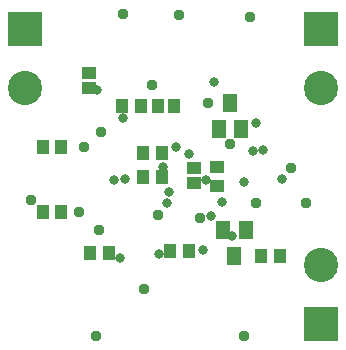
<source format=gbs>
G04*
G04 #@! TF.GenerationSoftware,Altium Limited,Altium Designer,20.0.12 (288)*
G04*
G04 Layer_Color=16711935*
%FSLAX44Y44*%
%MOMM*%
G71*
G01*
G75*
%ADD17R,1.1032X1.2532*%
%ADD24R,1.0032X1.1532*%
%ADD27R,2.9032X2.9032*%
%ADD28C,2.9032*%
%ADD29C,0.9532*%
%ADD30C,0.8032*%
%ADD54R,1.1532X1.0032*%
%ADD55R,1.2032X1.6032*%
%ADD56R,1.2532X1.1032*%
D17*
X95500Y85000D02*
D03*
X79500D02*
D03*
X39500Y175000D02*
D03*
X55500D02*
D03*
X224500Y82500D02*
D03*
X240500D02*
D03*
X163750Y86750D02*
D03*
X147750D02*
D03*
X140500Y150000D02*
D03*
X124500D02*
D03*
X55500Y120000D02*
D03*
X39500D02*
D03*
X107000Y210000D02*
D03*
X123000D02*
D03*
X124500Y170000D02*
D03*
X140500D02*
D03*
D24*
X137500Y210000D02*
D03*
X150500D02*
D03*
D27*
X275000Y275000D02*
D03*
X275500Y25000D02*
D03*
X25000Y275000D02*
D03*
D28*
X275000Y225000D02*
D03*
X275500Y75000D02*
D03*
X25000Y225000D02*
D03*
D29*
X87000Y105000D02*
D03*
X172500Y115000D02*
D03*
X137500Y117500D02*
D03*
X220000Y127250D02*
D03*
X30000Y130000D02*
D03*
X70000Y120000D02*
D03*
X198088Y177565D02*
D03*
X250000Y157500D02*
D03*
X107500Y287500D02*
D03*
X180000Y212500D02*
D03*
X132500Y227500D02*
D03*
X125000Y55000D02*
D03*
X154750Y286750D02*
D03*
X210000Y15000D02*
D03*
X215000Y285000D02*
D03*
X85000Y15000D02*
D03*
X89000Y187500D02*
D03*
X262500Y127500D02*
D03*
X75000Y175000D02*
D03*
D30*
X137750Y84750D02*
D03*
X175368Y87500D02*
D03*
X191691Y128743D02*
D03*
X182509Y116683D02*
D03*
X177500Y146850D02*
D03*
X163394Y168935D02*
D03*
X109184Y148138D02*
D03*
X200000Y100000D02*
D03*
X210000Y145000D02*
D03*
X85250Y223500D02*
D03*
X217500Y171750D02*
D03*
X141888Y158316D02*
D03*
X226437Y172913D02*
D03*
X185056Y230354D02*
D03*
X146925Y136672D02*
D03*
X144615Y127974D02*
D03*
X107500Y200000D02*
D03*
X220000Y195000D02*
D03*
X79500Y84000D02*
D03*
X105414Y81086D02*
D03*
X100000Y147284D02*
D03*
X152500Y175000D02*
D03*
X241926Y148026D02*
D03*
D54*
X79250Y225000D02*
D03*
Y238000D02*
D03*
X167500Y157500D02*
D03*
Y144500D02*
D03*
D55*
X192500Y105000D02*
D03*
X211500D02*
D03*
X202000Y83000D02*
D03*
X207500Y190000D02*
D03*
X188500D02*
D03*
X198000Y212000D02*
D03*
D56*
X187500Y158000D02*
D03*
Y142000D02*
D03*
M02*

</source>
